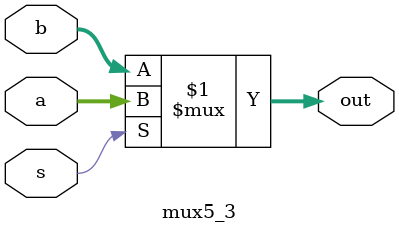
<source format=sv>
module mux5_3(input s, input [4:0] a, input [4:0] b, output [4:0] out);
  assign out = s ? a : b;
endmodule

</source>
